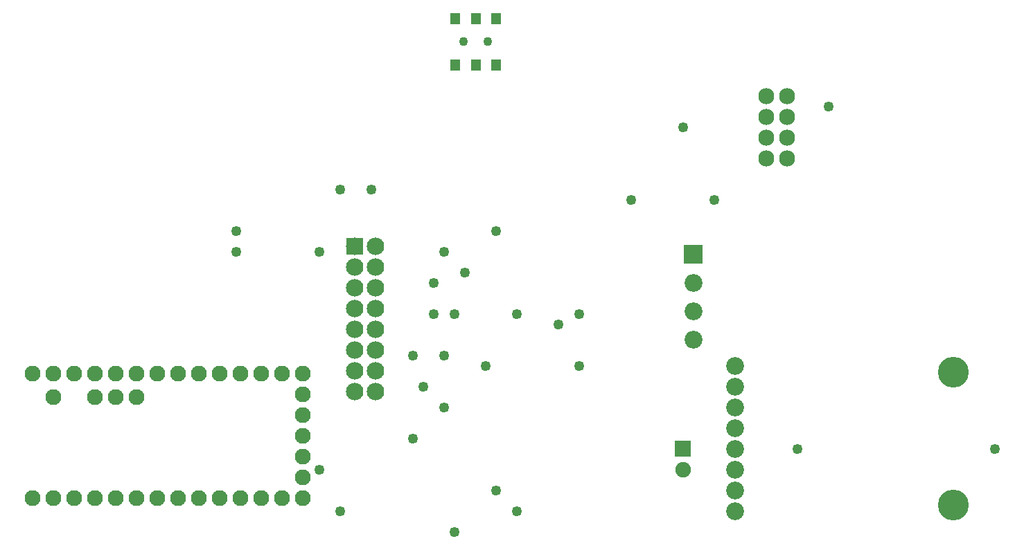
<source format=gts>
G04 MADE WITH FRITZING*
G04 WWW.FRITZING.ORG*
G04 DOUBLE SIDED*
G04 HOLES PLATED*
G04 CONTOUR ON CENTER OF CONTOUR VECTOR*
%ASAXBY*%
%FSLAX23Y23*%
%MOIN*%
%OFA0B0*%
%SFA1.0B1.0*%
%ADD10C,0.075000*%
%ADD11C,0.049370*%
%ADD12C,0.086139*%
%ADD13C,0.077278*%
%ADD14C,0.084000*%
%ADD15C,0.148425*%
%ADD16C,0.086000*%
%ADD17C,0.043465*%
%ADD18C,0.076889*%
%ADD19R,0.084000X0.084000*%
%ADD20R,0.049370X0.055276*%
%ADD21R,0.001000X0.001000*%
%LNMASK1*%
G90*
G70*
G54D10*
X3190Y1059D03*
X3190Y959D03*
X3190Y1059D03*
X3190Y959D03*
G54D11*
X4690Y1059D03*
X1540Y759D03*
X1890Y1109D03*
X1940Y1359D03*
X2090Y1709D03*
X1990Y1859D03*
X2140Y1909D03*
X2290Y2109D03*
G54D12*
X3240Y1997D03*
X3240Y1859D03*
X3240Y1721D03*
X3240Y1583D03*
G54D11*
X1990Y1709D03*
X2940Y2259D03*
X2690Y1709D03*
X2690Y1459D03*
X3890Y2709D03*
X3190Y2609D03*
X3740Y1059D03*
X1440Y959D03*
X1890Y1509D03*
X2040Y1259D03*
X2240Y1459D03*
X1540Y2309D03*
X2290Y859D03*
X2390Y759D03*
X2390Y1709D03*
X2041Y1508D03*
X1040Y2009D03*
X2590Y1659D03*
X1040Y2109D03*
X2040Y2009D03*
X1690Y2309D03*
X1440Y2009D03*
X3340Y2259D03*
X2090Y659D03*
G54D13*
X3690Y2459D03*
X3690Y2559D03*
X3690Y2659D03*
X3690Y2759D03*
X3590Y2459D03*
X3590Y2559D03*
X3590Y2659D03*
X3590Y2759D03*
X3690Y2459D03*
X3690Y2559D03*
X3690Y2659D03*
X3690Y2759D03*
X3590Y2459D03*
X3590Y2559D03*
X3590Y2659D03*
X3590Y2759D03*
G54D14*
X1709Y2036D03*
X1709Y1936D03*
X1709Y1836D03*
X1709Y1736D03*
X1709Y1636D03*
X1709Y1536D03*
X1709Y1436D03*
X1709Y1336D03*
X1609Y2036D03*
X1609Y1936D03*
X1609Y1836D03*
X1609Y1736D03*
X1609Y1636D03*
X1609Y1536D03*
X1609Y1436D03*
X1609Y1336D03*
G54D15*
X4490Y1429D03*
X4490Y789D03*
G54D16*
X3440Y759D03*
X3440Y859D03*
X3440Y959D03*
X3440Y1059D03*
X3440Y1159D03*
X3440Y1259D03*
X3440Y1359D03*
X3440Y1459D03*
G54D17*
X2133Y3020D03*
X2251Y3020D03*
G54D18*
X1359Y1421D03*
X1259Y1421D03*
X1159Y1421D03*
X1059Y1421D03*
X959Y1421D03*
X859Y1421D03*
X759Y1421D03*
X659Y1421D03*
X559Y1421D03*
X459Y1421D03*
X359Y1421D03*
X259Y1421D03*
X159Y1421D03*
X59Y1421D03*
X159Y1307D03*
X459Y1307D03*
X359Y1307D03*
X1359Y821D03*
X1259Y821D03*
X1159Y821D03*
X1059Y821D03*
X959Y821D03*
X859Y821D03*
X759Y821D03*
X659Y821D03*
X559Y821D03*
X459Y821D03*
X359Y821D03*
X259Y821D03*
X159Y821D03*
X59Y821D03*
X559Y1307D03*
X1359Y1021D03*
X1359Y921D03*
X1359Y1121D03*
X1359Y1321D03*
X1359Y1221D03*
G54D19*
X1609Y2036D03*
G54D20*
X2093Y2909D03*
X2192Y2909D03*
X2290Y2909D03*
X2093Y3131D03*
X2192Y3131D03*
X2290Y3131D03*
G54D21*
X3195Y2042D02*
X3284Y2042D01*
X3195Y2041D02*
X3284Y2041D01*
X3195Y2040D02*
X3284Y2040D01*
X3195Y2039D02*
X3284Y2039D01*
X3195Y2038D02*
X3284Y2038D01*
X3195Y2037D02*
X3284Y2037D01*
X3195Y2036D02*
X3284Y2036D01*
X3195Y2035D02*
X3284Y2035D01*
X3195Y2034D02*
X3284Y2034D01*
X3195Y2033D02*
X3284Y2033D01*
X3195Y2032D02*
X3284Y2032D01*
X3195Y2031D02*
X3284Y2031D01*
X3195Y2030D02*
X3284Y2030D01*
X3195Y2029D02*
X3284Y2029D01*
X3195Y2028D02*
X3284Y2028D01*
X3195Y2027D02*
X3284Y2027D01*
X3195Y2026D02*
X3284Y2026D01*
X3195Y2025D02*
X3284Y2025D01*
X3195Y2024D02*
X3284Y2024D01*
X3195Y2023D02*
X3284Y2023D01*
X3195Y2022D02*
X3284Y2022D01*
X3195Y2021D02*
X3284Y2021D01*
X3195Y2020D02*
X3284Y2020D01*
X3195Y2019D02*
X3284Y2019D01*
X3195Y2018D02*
X3284Y2018D01*
X3195Y2017D02*
X3284Y2017D01*
X3195Y2016D02*
X3234Y2016D01*
X3244Y2016D02*
X3284Y2016D01*
X3195Y2015D02*
X3231Y2015D01*
X3247Y2015D02*
X3284Y2015D01*
X3195Y2014D02*
X3229Y2014D01*
X3249Y2014D02*
X3284Y2014D01*
X3195Y2013D02*
X3228Y2013D01*
X3251Y2013D02*
X3284Y2013D01*
X3195Y2012D02*
X3227Y2012D01*
X3252Y2012D02*
X3284Y2012D01*
X3195Y2011D02*
X3226Y2011D01*
X3253Y2011D02*
X3284Y2011D01*
X3195Y2010D02*
X3225Y2010D01*
X3254Y2010D02*
X3284Y2010D01*
X3195Y2009D02*
X3224Y2009D01*
X3255Y2009D02*
X3284Y2009D01*
X3195Y2008D02*
X3223Y2008D01*
X3255Y2008D02*
X3284Y2008D01*
X3195Y2007D02*
X3223Y2007D01*
X3256Y2007D02*
X3284Y2007D01*
X3195Y2006D02*
X3222Y2006D01*
X3256Y2006D02*
X3284Y2006D01*
X3195Y2005D02*
X3221Y2005D01*
X3257Y2005D02*
X3284Y2005D01*
X3195Y2004D02*
X3221Y2004D01*
X3257Y2004D02*
X3284Y2004D01*
X3195Y2003D02*
X3221Y2003D01*
X3258Y2003D02*
X3284Y2003D01*
X3195Y2002D02*
X3221Y2002D01*
X3258Y2002D02*
X3284Y2002D01*
X3195Y2001D02*
X3220Y2001D01*
X3258Y2001D02*
X3284Y2001D01*
X3195Y2000D02*
X3220Y2000D01*
X3258Y2000D02*
X3284Y2000D01*
X3195Y1999D02*
X3220Y1999D01*
X3258Y1999D02*
X3284Y1999D01*
X3195Y1998D02*
X3220Y1998D01*
X3258Y1998D02*
X3284Y1998D01*
X3195Y1997D02*
X3220Y1997D01*
X3258Y1997D02*
X3284Y1997D01*
X3195Y1996D02*
X3220Y1996D01*
X3258Y1996D02*
X3284Y1996D01*
X3195Y1995D02*
X3220Y1995D01*
X3258Y1995D02*
X3284Y1995D01*
X3195Y1994D02*
X3220Y1994D01*
X3258Y1994D02*
X3284Y1994D01*
X3195Y1993D02*
X3221Y1993D01*
X3258Y1993D02*
X3284Y1993D01*
X3195Y1992D02*
X3221Y1992D01*
X3257Y1992D02*
X3284Y1992D01*
X3195Y1991D02*
X3221Y1991D01*
X3257Y1991D02*
X3284Y1991D01*
X3195Y1990D02*
X3222Y1990D01*
X3257Y1990D02*
X3284Y1990D01*
X3195Y1989D02*
X3222Y1989D01*
X3256Y1989D02*
X3284Y1989D01*
X3195Y1988D02*
X3223Y1988D01*
X3256Y1988D02*
X3284Y1988D01*
X3195Y1987D02*
X3224Y1987D01*
X3255Y1987D02*
X3284Y1987D01*
X3195Y1986D02*
X3224Y1986D01*
X3254Y1986D02*
X3284Y1986D01*
X3195Y1985D02*
X3225Y1985D01*
X3253Y1985D02*
X3284Y1985D01*
X3195Y1984D02*
X3226Y1984D01*
X3252Y1984D02*
X3284Y1984D01*
X3195Y1983D02*
X3228Y1983D01*
X3251Y1983D02*
X3284Y1983D01*
X3195Y1982D02*
X3229Y1982D01*
X3250Y1982D02*
X3284Y1982D01*
X3195Y1981D02*
X3231Y1981D01*
X3248Y1981D02*
X3284Y1981D01*
X3195Y1980D02*
X3234Y1980D01*
X3245Y1980D02*
X3284Y1980D01*
X3195Y1979D02*
X3284Y1979D01*
X3195Y1978D02*
X3284Y1978D01*
X3195Y1977D02*
X3284Y1977D01*
X3195Y1976D02*
X3284Y1976D01*
X3195Y1975D02*
X3284Y1975D01*
X3195Y1974D02*
X3284Y1974D01*
X3195Y1973D02*
X3284Y1973D01*
X3195Y1972D02*
X3284Y1972D01*
X3195Y1971D02*
X3284Y1971D01*
X3195Y1970D02*
X3284Y1970D01*
X3195Y1969D02*
X3284Y1969D01*
X3195Y1968D02*
X3284Y1968D01*
X3195Y1967D02*
X3284Y1967D01*
X3195Y1966D02*
X3284Y1966D01*
X3195Y1965D02*
X3284Y1965D01*
X3195Y1964D02*
X3284Y1964D01*
X3195Y1963D02*
X3284Y1963D01*
X3195Y1962D02*
X3284Y1962D01*
X3195Y1961D02*
X3284Y1961D01*
X3195Y1960D02*
X3284Y1960D01*
X3195Y1959D02*
X3284Y1959D01*
X3195Y1958D02*
X3284Y1958D01*
X3195Y1957D02*
X3284Y1957D01*
X3195Y1956D02*
X3284Y1956D01*
X3195Y1955D02*
X3284Y1955D01*
X3195Y1954D02*
X3284Y1954D01*
X3195Y1953D02*
X3283Y1953D01*
X3152Y1097D02*
X3226Y1097D01*
X3152Y1096D02*
X3226Y1096D01*
X3152Y1095D02*
X3226Y1095D01*
X3152Y1094D02*
X3226Y1094D01*
X3152Y1093D02*
X3226Y1093D01*
X3152Y1092D02*
X3226Y1092D01*
X3152Y1091D02*
X3226Y1091D01*
X3152Y1090D02*
X3226Y1090D01*
X3152Y1089D02*
X3226Y1089D01*
X3152Y1088D02*
X3226Y1088D01*
X3152Y1087D02*
X3226Y1087D01*
X3152Y1086D02*
X3226Y1086D01*
X3152Y1085D02*
X3226Y1085D01*
X3152Y1084D02*
X3226Y1084D01*
X3152Y1083D02*
X3226Y1083D01*
X3152Y1082D02*
X3226Y1082D01*
X3152Y1081D02*
X3226Y1081D01*
X3152Y1080D02*
X3226Y1080D01*
X3152Y1079D02*
X3226Y1079D01*
X3152Y1078D02*
X3226Y1078D01*
X3152Y1077D02*
X3226Y1077D01*
X3152Y1076D02*
X3226Y1076D01*
X3152Y1075D02*
X3226Y1075D01*
X3152Y1074D02*
X3226Y1074D01*
X3152Y1073D02*
X3226Y1073D01*
X3152Y1072D02*
X3226Y1072D01*
X3152Y1071D02*
X3226Y1071D01*
X3152Y1070D02*
X3226Y1070D01*
X3152Y1069D02*
X3226Y1069D01*
X3152Y1068D02*
X3185Y1068D01*
X3194Y1068D02*
X3226Y1068D01*
X3152Y1067D02*
X3183Y1067D01*
X3195Y1067D02*
X3226Y1067D01*
X3152Y1066D02*
X3182Y1066D01*
X3196Y1066D02*
X3226Y1066D01*
X3152Y1065D02*
X3181Y1065D01*
X3197Y1065D02*
X3226Y1065D01*
X3152Y1064D02*
X3181Y1064D01*
X3198Y1064D02*
X3226Y1064D01*
X3152Y1063D02*
X3180Y1063D01*
X3198Y1063D02*
X3226Y1063D01*
X3152Y1062D02*
X3180Y1062D01*
X3198Y1062D02*
X3226Y1062D01*
X3152Y1061D02*
X3180Y1061D01*
X3198Y1061D02*
X3226Y1061D01*
X3152Y1060D02*
X3180Y1060D01*
X3199Y1060D02*
X3226Y1060D01*
X3152Y1059D02*
X3180Y1059D01*
X3198Y1059D02*
X3226Y1059D01*
X3152Y1058D02*
X3180Y1058D01*
X3198Y1058D02*
X3226Y1058D01*
X3152Y1057D02*
X3181Y1057D01*
X3198Y1057D02*
X3226Y1057D01*
X3152Y1056D02*
X3181Y1056D01*
X3197Y1056D02*
X3226Y1056D01*
X3152Y1055D02*
X3182Y1055D01*
X3197Y1055D02*
X3226Y1055D01*
X3152Y1054D02*
X3183Y1054D01*
X3196Y1054D02*
X3226Y1054D01*
X3152Y1053D02*
X3184Y1053D01*
X3195Y1053D02*
X3226Y1053D01*
X3152Y1052D02*
X3186Y1052D01*
X3193Y1052D02*
X3226Y1052D01*
X3152Y1051D02*
X3226Y1051D01*
X3152Y1050D02*
X3226Y1050D01*
X3152Y1049D02*
X3226Y1049D01*
X3152Y1048D02*
X3226Y1048D01*
X3152Y1047D02*
X3226Y1047D01*
X3152Y1046D02*
X3226Y1046D01*
X3152Y1045D02*
X3226Y1045D01*
X3152Y1044D02*
X3226Y1044D01*
X3152Y1043D02*
X3226Y1043D01*
X3152Y1042D02*
X3226Y1042D01*
X3152Y1041D02*
X3226Y1041D01*
X3152Y1040D02*
X3226Y1040D01*
X3152Y1039D02*
X3226Y1039D01*
X3152Y1038D02*
X3226Y1038D01*
X3152Y1037D02*
X3226Y1037D01*
X3152Y1036D02*
X3226Y1036D01*
X3152Y1035D02*
X3226Y1035D01*
X3152Y1034D02*
X3226Y1034D01*
X3152Y1033D02*
X3226Y1033D01*
X3152Y1032D02*
X3226Y1032D01*
X3152Y1031D02*
X3226Y1031D01*
X3152Y1030D02*
X3226Y1030D01*
X3152Y1029D02*
X3226Y1029D01*
X3152Y1028D02*
X3226Y1028D01*
X3152Y1027D02*
X3226Y1027D01*
X3152Y1026D02*
X3226Y1026D01*
X3152Y1025D02*
X3226Y1025D01*
X3152Y1024D02*
X3226Y1024D01*
X3152Y1023D02*
X3226Y1023D01*
D02*
G04 End of Mask1*
M02*
</source>
